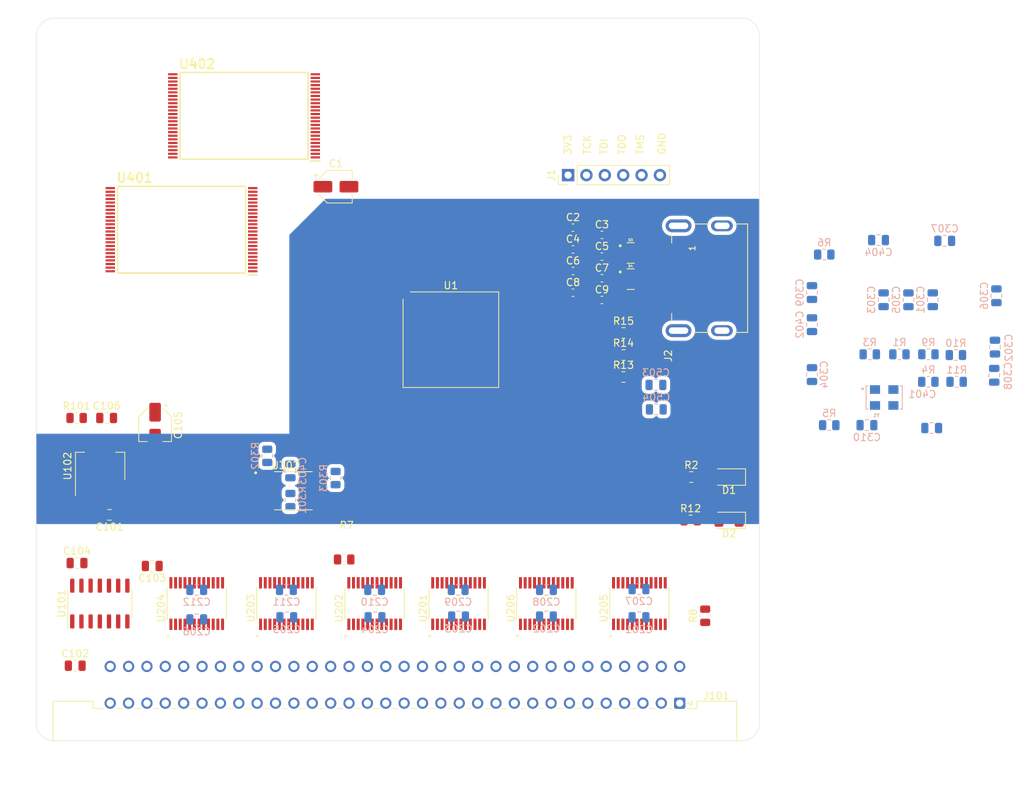
<source format=kicad_pcb>
(kicad_pcb (version 20221018) (generator pcbnew)
  (layers (0 "F.Cu" signal) (1 "In1.Cu" power) (2 "In2.Cu" power) (31 "B.Cu" signal) (34 "B.Paste" user) (35 "F.Paste" user) (36 "B.SilkS" user "B.Silkscreen") (37 "F.SilkS" user "F.Silkscreen") (38 "B.Mask" user) (39 "F.Mask" user) (44 "Edge.Cuts" user))
  (net 0 "")
  (net 1 "GND")
  (net 2 "+3V3")
  (net 3 "+5V")
  (net 4 "+1V2")
  (net 5 "/VGA/HDMI_TX2_P")
  (net 6 "Net-(C2-Pad2)")
  (net 7 "/VGA/HDMI_TX2_N")
  (net 8 "Net-(C3-Pad2)")
  (net 9 "/~{CPU_DATACS}")
  (net 10 "/~{CPU_RESET}")
  (net 11 "/~{CPU_UDS}")
  (net 12 "/CPU_CLK")
  (net 13 "/VGA/HDMI_TX1_P")
  (net 14 "Net-(C4-Pad2)")
  (net 15 "/CPU_A18")
  (net 16 "/CPU_A16")
  (net 17 "/CPU_A14")
  (net 18 "/CPU_A12")
  (net 19 "/CPU_A10")
  (net 20 "/CPU_A8")
  (net 21 "/CPU_A6")
  (net 22 "/CPU_A4")
  (net 23 "/CPU_A2")
  (net 24 "/CPU_D15")
  (net 25 "/CPU_D13")
  (net 26 "/CPU_D11")
  (net 27 "/CPU_D9")
  (net 28 "/CPU_D7")
  (net 29 "/CPU_D5")
  (net 30 "/CPU_D3")
  (net 31 "/CPU_D1")
  (net 32 "/VGA/HDMI_TX1_N")
  (net 33 "Net-(C5-Pad2)")
  (net 34 "/VGA/HDMI_TX0_P")
  (net 35 "Net-(C6-Pad2)")
  (net 36 "/VGA/HDMI_TX0_N")
  (net 37 "/~{CPU_REGCS}")
  (net 38 "/CPU_R~{W}")
  (net 39 "/~{CPU_LDS}")
  (net 40 "Net-(C7-Pad2)")
  (net 41 "/~{CPU_AS}")
  (net 42 "/CPU_A19")
  (net 43 "/CPU_A17")
  (net 44 "/CPU_A15")
  (net 45 "/CPU_A13")
  (net 46 "/CPU_A11")
  (net 47 "/CPU_A9")
  (net 48 "/CPU_A7")
  (net 49 "/CPU_A5")
  (net 50 "/CPU_A3")
  (net 51 "/CPU_A1")
  (net 52 "/CPU_D14")
  (net 53 "/CPU_D12")
  (net 54 "/CPU_D10")
  (net 55 "/CPU_D8")
  (net 56 "/CPU_D6")
  (net 57 "/CPU_D4")
  (net 58 "/CPU_D2")
  (net 59 "/CPU_D0")
  (net 60 "/VGA/HDMI_TXC_P")
  (net 61 "Net-(C8-Pad2)")
  (net 62 "/VGA/HDMI_TXC_N")
  (net 63 "Net-(C9-Pad2)")
  (net 64 "Net-(D1-A)")
  (net 65 "Net-(D2-A)")
  (net 66 "Net-(J2-DATA2+)")
  (net 67 "Net-(J2-DATA2-)")
  (net 68 "Net-(J2-DATA1+)")
  (net 69 "Net-(J2-DATA1-)")
  (net 70 "/FPGA/~{FLASH_CS}")
  (net 71 "Net-(J2-DATA0+)")
  (net 72 "Net-(J2-DATA0-)")
  (net 73 "Net-(J2-CLOCK+)")
  (net 74 "Net-(J2-CLOCK-)")
  (net 76 "/~{CPU_DTACK}")
  (net 77 "/~{CPU_IRQ}")
  (net 78 "/FPGA/~{CPU_DATAEN}")
  (net 79 "/FPGA/~{BUSEN}")
  (net 81 "/FPGA/HOST_CLK")
  (net 84 "/FPGA/~{LDS}")
  (net 85 "/FPGA/~{UDS}")
  (net 86 "/FPGA/R~{W}")
  (net 87 "/FPGA/~{AS}")
  (net 88 "/FPGA/~{RESET}")
  (net 89 "/FPGA/~{REGCS}")
  (net 90 "/FPGA/~{DATACS}")
  (net 92 "Net-(J2-CEC)")
  (net 94 "/FPGA/A1")
  (net 95 "/FPGA/A2")
  (net 96 "/FPGA/A3")
  (net 97 "/FPGA/A4")
  (net 98 "/FPGA/A5")
  (net 99 "/FPGA/A6")
  (net 100 "/FPGA/A7")
  (net 101 "/FPGA/DATA_DIR")
  (net 102 "/FPGA/A8")
  (net 103 "/FPGA/A9")
  (net 104 "/FPGA/A10")
  (net 105 "/FPGA/A11")
  (net 106 "/FPGA/A12")
  (net 107 "/FPGA/A13")
  (net 108 "/FPGA/A14")
  (net 109 "/FPGA/A15")
  (net 111 "Net-(J2-SCL)")
  (net 112 "Net-(J2-SDA)")
  (net 114 "/FPGA/FPGA_PROGB")
  (net 116 "Net-(J101-~{IRQ})")
  (net 120 "/FPGA/~{ACCESS_LED}")
  (net 121 "/FPGA/FPGA_INITB")
  (net 123 "/FPGA/CLK_25MHZ")
  (net 124 "/FPGA/FPGA_DONE")
  (net 125 "/FPGA/FLASH_DI")
  (net 128 "Net-(J101-~{ACK})")
  (net 130 "Net-(U302-WP{slash}IO2)")
  (net 131 "Net-(U302-HOLD{slash}IO3)")
  (net 134 "/FPGA/FLASH_CLK")
  (net 135 "/FPGA/SRAM_A5")
  (net 136 "/FPGA/SRAM_A6")
  (net 137 "/FPGA/SRAM_A7")
  (net 138 "/FPGA/SRAM_A8")
  (net 139 "/FPGA/~{SRAM_UB0}")
  (net 140 "/FPGA/~{SRAM_LB0}")
  (net 142 "/FPGA/SRAM_A9")
  (net 143 "/FPGA/SRAM_A10")
  (net 144 "/FPGA/SRAM_A11")
  (net 145 "/FPGA/SRAM_A12")
  (net 146 "/FPGA/SRAM_A13")
  (net 147 "/FPGA/SRAM_A14")
  (net 148 "/FPGA/SRAM_A15")
  (net 149 "/FPGA/SRAM_A16")
  (net 150 "/FPGA/SRAM_A17")
  (net 151 "/FPGA/SRAM_A18")
  (net 152 "/FPGA/SRAM_A19")
  (net 154 "/FPGA/~{SRAM_CS}")
  (net 156 "/FPGA/SRAM_A0")
  (net 157 "/FPGA/SRAM_A1")
  (net 158 "/FPGA/SRAM_A2")
  (net 159 "/FPGA/SRAM_A3")
  (net 160 "/FPGA/SRAM_A4")
  (net 161 "/FPGA/~{SRAM_UB1}")
  (net 162 "/FPGA/~{SRAM_LB1}")
  (net 188 "/FPGA/SRAM_D15")
  (net 189 "/FPGA/SRAM_D14")
  (net 190 "/FPGA/SRAM_D13")
  (net 191 "/FPGA/SRAM_D12")
  (net 192 "/FPGA/SRAM_D11")
  (net 193 "/FPGA/SRAM_D10")
  (net 194 "/FPGA/SRAM_D9")
  (net 195 "/FPGA/SRAM_D8")
  (net 196 "/FPGA/SRAM_D7")
  (net 197 "/FPGA/SRAM_D6")
  (net 198 "/FPGA/SRAM_D5")
  (net 199 "/FPGA/SRAM_D4")
  (net 200 "/FPGA/SRAM_D3")
  (net 201 "/FPGA/SRAM_D2")
  (net 202 "/FPGA/SRAM_D1")
  (net 203 "/FPGA/SRAM_D0")
  (net 204 "/FPGA/SRAM_D31")
  (net 205 "/FPGA/SRAM_D30")
  (net 206 "/FPGA/SRAM_D29")
  (net 207 "/FPGA/SRAM_D28")
  (net 208 "/FPGA/SRAM_D27")
  (net 209 "/FPGA/SRAM_D26")
  (net 210 "/FPGA/SRAM_D25")
  (net 211 "/FPGA/SRAM_D24")
  (net 212 "/FPGA/SRAM_D23")
  (net 213 "/FPGA/SRAM_D22")
  (net 214 "/FPGA/SRAM_D21")
  (net 215 "/FPGA/SRAM_D20")
  (net 216 "/FPGA/SRAM_D19")
  (net 217 "/FPGA/SRAM_D18")
  (net 218 "/FPGA/SRAM_D17")
  (net 219 "/FPGA/SRAM_D16")
  (net 220 "/FPGA/~{SRAM_WE}")
  (net 221 "/FPGA/D0")
  (net 222 "/FPGA/A16")
  (net 223 "/FPGA/A19")
  (net 224 "/FPGA/A17")
  (net 225 "/FPGA/A18")
  (net 226 "/FPGA/D7")
  (net 227 "/FPGA/D6")
  (net 228 "/FPGA/D5")
  (net 229 "/FPGA/D4")
  (net 230 "/FPGA/D3")
  (net 231 "/FPGA/D2")
  (net 232 "/FPGA/D1")
  (net 233 "/FPGA/D15")
  (net 234 "/FPGA/D14")
  (net 235 "/FPGA/D13")
  (net 236 "/FPGA/D12")
  (net 237 "/FPGA/D11")
  (net 238 "/FPGA/D10")
  (net 239 "/FPGA/D9")
  (net 240 "/FPGA/D8")
  (net 379 "/FPGA/FLASH_DO")
  (footprint "Capacitor_SMD:C_0805_2012Metric" (layer "F.Cu") (at 110.144 118.727 180)
    (fp_text reference "C101")
    (fp_text value "100nF")
  )
  (footprint "Capacitor_SMD:C_0805_2012Metric" (layer "F.Cu") (at 105.4 139.6)
    (fp_text reference "C102")
    (fp_text value "100nF")
  )
  (footprint "Capacitor_SMD:C_0805_2012Metric" (layer "F.Cu") (at 105.65 125.4)
    (fp_text reference "C104")
    (fp_text value "100nF")
  )
  (footprint "Capacitor_SMD:CP_Elec_4x5.3" (layer "F.Cu") (at 116.444 106.327 -90)
    (fp_text reference "C105")
    (fp_text value "10uF")
  )
  (footprint "Ddraig:DIN41612_C_2x32_Male_Horizontal_THT" (layer "F.Cu") (at 188.976 144.78 180)
    (fp_text reference "J101")
    (fp_text value "D68K_64PIN_BOARD")
  )
  (footprint "Resistor_SMD:R_0805_2012Metric" (layer "F.Cu") (at 105.594 105.327)
    (fp_text reference "R101")
    (fp_text value "120R")
  )
  (footprint "Package_SO:SO-14_3.9x8.65mm_P1.27mm" (layer "F.Cu") (at 108.8 131 90)
    (fp_text reference "U101")
    (fp_text value "74LS125")
  )
  (footprint "Package_TO_SOT_SMD:SOT-223-3_TabPin2" (layer "F.Cu") (at 108.844 111.977 90)
    (fp_text reference "U102")
    (fp_text value "LD1117S12TR_SOT223")
  )
  (footprint "Ddraig:SOIC127P790X195-8N" (layer "F.Cu") (at 135.565 115.395)
    (fp_text reference "U302")
    (fp_text value "IS25LP064D-JBLE")
  )
  (footprint "Ddraig:SOP65P640X120-24N" (layer "F.Cu") (at 158.4 131 90)
    (fp_text reference "U201")
    (fp_text value "SN74LVC8T245PWR")
  )
  (footprint "Ddraig:SOP65P640X120-24N" (layer "F.Cu") (at 146.8 131 90)
    (fp_text reference "U202")
    (fp_text value "SN74LVC8T245PWR")
  )
  (footprint "Ddraig:SOP65P640X120-24N" (layer "F.Cu") (at 122.2 131 90)
    (fp_text reference "U204")
    (fp_text value "SN74LVC8T245PWR")
  )
  (footprint "Ddraig:SOP65P640X120-24N" (layer "F.Cu") (at 183.4 131 90)
    (fp_text reference "U205")
    (fp_text value "SN74LVC8T245PWR")
  )
  (footprint "Ddraig:SOP65P640X120-24N" (layer "F.Cu") (at 170.535 131 90)
    (fp_text reference "U206")
    (fp_text value "SN74LVC8T245PWR")
  )
  (footprint "Ddraig:SOP65P640X120-24N" (layer "F.Cu") (at 134.6 131 90)
    (fp_text reference "U203")
    (fp_text value "SN74LVC8T245PWR")
  )
  (footprint "Capacitor_SMD:C_0805_2012Metric" (layer "F.Cu") (at 109.744 105.327)
    (fp_text reference "C106")
    (fp_text value "100nF")
  )
  (footprint "Ddraig:SOP50P2000X120-48N" (layer "F.Cu") (at 128.744 63.527 180)
    (fp_text reference "U402")
    (fp_text value "IS61WV102416FBLL-10TLI" hide)
  )
  (footprint "Ddraig:SOP50P2000X120-48N" (layer "F.Cu") (at 120.094 79.277 180)
    (fp_text reference "U401")
    (fp_text value "IS61WV102416FBLL-10TLI" hide)
  )
  (footprint "Ddraig:DIO_RCLAMP0524PATCT" (layer "F.Cu") (at 182.1885 82.5)
    (fp_text reference "D3")
    (fp_text value "RCLAMP0524PATCT")
  )
  (footprint "Capacitor_SMD:C_0603_1608Metric" (layer "F.Cu") (at 174.225 79)
    (fp_text reference "C2")
    (fp_text value "100nF")
  )
  (footprint "Capacitor_SMD:CP_Elec_4x5.3" (layer "F.Cu") (at 141.444 73.327)
    (fp_text reference "C1")
    (fp_text value "0.1uF")
  )
  (footprint "LED_SMD:LED_1206_3216Metric" (layer "F.Cu") (at 195.8 119.5 180)
    (fp_text reference "D2")
    (fp_text value "LED")
  )
  (footprint "Ddraig:DIO_RCLAMP0524PATCT" (layer "F.Cu") (at 182.1885 86.122)
    (fp_text reference "D4")
    (fp_text value "RCLAMP0524PATCT")
  )
  (footprint "Connector_PinHeader_2.54mm:PinHeader_1x06_P2.54mm_Vertical" (layer "F.Cu") (at 173.544 71.727 90)
    (fp_text reference "J1")
    (fp_text value "JTAG")
  )
  (footprint "LED_SMD:LED_1206_3216Metric" (layer "F.Cu") (at 195.8 113.5 180)
    (fp_text reference "D1")
    (fp_text value "LED")
  )
  (footprint "Capacitor_SMD:C_0805_2012Metric" (layer "F.Cu") (at 116.05 125.8 180)
    (fp_text reference "C103")
    (fp_text value "100nF")
  )
  (footprint "Resistor_SMD:R_0805_2012Metric" (layer "F.Cu") (at 181.2055 96.614)
    (fp_text reference "R14")
    (fp_text value "1K5")
  )
  (footprint "Resistor_SMD:R_0805_2012Metric" (layer "F.Cu") (at 181.2055 99.662)
    (fp_text reference "R13")
    (fp_text value "27K")
  )
  (footprint "Resistor_SMD:R_0805_2012Metric" (layer "F.Cu") (at 181.2055 93.566)
    (fp_text reference "R15")
    (fp_text value "1K5")
  )
  (footprint "Capacitor_SMD:C_0603_1608Metric" (layer "F.Cu") (at 178.225 86)
    (fp_text reference "C7")
    (fp_text value "100nF")
  )
  (footprint "Capacitor_SMD:C_0603_1608Metric" (layer "F.Cu") (at 178.225 83)
    (fp_text reference "C5")
    (fp_text value "100nF")
  )
  (footprint "Capacitor_SMD:C_0603_1608Metric" (layer "F.Cu") (at 174.225 85)
    (fp_text reference "C6")
    (fp_text value "100nF")
  )
  (footprint "Ddraig:685119134923" (layer "F.Cu") (at 188.018 85.99 90)
    (fp_text reference "J2")
    (fp_text value "685119134923")
  )
  (footprint "Capacitor_SMD:C_0603_1608Metric" (layer "F.Cu") (at 178.225 80)
    (fp_text reference "C3")
    (fp_text value "100nF")
  )
  (footprint "Resistor_SMD:R_0805_2012Metric" (layer "F.Cu") (at 190.4875 119.5)
    (fp_text reference "R12")
    (fp_text value "390R")
  )
  (footprint "Capacitor_SMD:C_0603_1608Metric" (layer "F.Cu") (at 174.225 88)
    (fp_text reference "C8")
    (fp_text value "100nF")
  )
  (footprint "Capacitor_SMD:C_0603_1608Metric" (layer "F.Cu") (at 174.225 82)
    (fp_text reference "C4")
    (fp_text value "100nF")
  )
  (footprint "Resistor_SMD:R_0805_2012Metric" (layer "F.Cu") (at 142.5875 124.9)
    (fp_text reference "R7")
    (fp_text value "10K")
  )
  (footprint "Capacitor_SMD:C_0603_1608Metric" (layer "F.Cu") (at 178.225 89)
    (fp_text reference "C9")
    (fp_text value "100nF")
  )
  (footprint "Resistor_SMD:R_0805_2012Metric" (layer "F.Cu") (at 190.5875 113.5)
    (fp_text reference "R2")
    (fp_text value "390R")
  )
  (footprint "Package_BGA:Xilinx_CSGA225" (layer "F.Cu") (at 157.34 94.5)
    (fp_text reference "U1")
    (fp_text value "XC7S25-CSGA225")
  )
  (footprint "Resistor_SMD:R_0805_2012Metric" (layer "F.Cu") (at 192.5 132.6875 90)
    (fp_text reference "R8")
    (fp_text value "10K")
  )
  (footprint "Capacitor_SMD:C_0805_2012Metric" (layer "B.Cu") (at 183.35 132.9)
    (fp_text reference "C201")
    (fp_text value "100nF")
  )
  (footprint "Capacitor_SMD:C_0805_2012Metric" (layer "B.Cu") (at 170.55 132.8)
    (fp_text reference "C202")
    (fp_text value "100nF")
  )
  (footprint "Capacitor_SMD:C_0805_2012Metric" (layer "B.Cu") (at 158.4 132.8)
    (fp_text reference "C203")
    (fp_text value "100nF")
  )
  (footprint "Capacitor_SMD:C_0805_2012Metric" (layer "B.Cu") (at 146.85 132.9)
    (fp_text reference "C204")
    (fp_text value "100nF")
  )
  (footprint "Capacitor_SMD:C_0805_2012Metric" (layer "B.Cu") (at 134.65 132.9)
    (fp_text reference "C205")
    (fp_text value "100nF")
  )
  (footprint "Capacitor_SMD:C_0805_2012Metric" (layer "B.Cu") (at 122.2 133.2)
    (fp_text reference "C206")
    (fp_text value "100nF")
  )
  (footprint "Capacitor_SMD:C_0805_2012Metric" (layer "B.Cu") (at 183.35 129)
    (fp_text reference "C207")
    (fp_text value "100nF")
  )
  (footprint "Capacitor_SMD:C_0805_2012Metric" (layer "B.Cu") (at 170.55 129.1)
    (fp_text reference "C208")
    (fp_text value "100nF")
  )
  (footprint "Capacitor_SMD:C_0805_2012Metric" (layer "B.Cu") (at 158.35 129.1)
    (fp_text reference "C209")
    (fp_text value "100nF")
  )
  (footprint "Capacitor_SMD:C_0805_2012Metric" (layer "B.Cu") (at 146.8 129.1)
    (fp_text reference "C210")
    (fp_text value "100nF")
  )
  (footprint "Capacitor_SMD:C_0805_2012Metric" (layer "B.Cu") (at 134.6 129.1)
    (fp_text reference "C211")
    (fp_text value "100nF")
  )
  (footprint "Capacitor_SMD:C_0805_2012Metric" (layer "B.Cu") (at 122.2 129.1)
    (fp_text reference "C212")
    (fp_text value "100nF")
  )
  (footprint "Capacitor_SMD:C_0805_2012Metric" (layer "B.Cu") (at 223.965 88.97 -90)
    (fp_text reference "C301")
    (fp_text value "100nF")
  )
  (footprint "Capacitor_SMD:C_0805_2012Metric" (layer "B.Cu") (at 232.565 95.52 90)
    (fp_text reference "C302")
    (fp_text value "100nF")
  )
  (footprint "Capacitor_SMD:C_0805_2012Metric" (layer "B.Cu") (at 217.165 88.97 -90)
    (fp_text reference "C303")
    (fp_text value "100nF")
  )
  (footprint "Capacitor_SMD:C_0805_2012Metric" (layer "B.Cu") (at 207.265 99.32 90)
    (fp_text reference "C304")
    (fp_text value "100nF")
  )
  (footprint "Capacitor_SMD:C_0805_2012Metric" (layer "B.Cu") (at 220.603 88.9765 -90)
    (fp_text reference "C305")
    (fp_text value "100nF")
  )
  (footprint "Capacitor_SMD:C_0805_2012Metric" (layer "B.Cu") (at 232.765 88.42 -90)
    (fp_text reference "C306")
    (fp_text value "100nF")
  )
  (footprint "Capacitor_SMD:C_0805_2012Metric" (layer "B.Cu") (at 223.815 106.72 180)
    (fp_text reference "C401")
    (fp_text value "100nF")
  )
  (footprint "Capacitor_SMD:C_0805_2012Metric" (layer "B.Cu") (at 207.265 92.42 -90)
    (fp_text reference "C402")
    (fp_text value "100nF")
  )
  (footprint "Capacitor_SMD:C_0805_2012Metric" (layer "B.Cu") (at 135.15 112.65 90)
    (fp_text reference "C403")
    (fp_text value "100nF")
  )
  (footprint "Capacitor_SMD:C_0805_2012Metric" (layer "B.Cu") (at 216.465 80.72)
    (fp_text reference "C404")
    (fp_text value "100nF")
  )
  (footprint "Capacitor_SMD:C_0805_2012Metric" (layer "B.Cu") (at 185.69 100.75 180)
    (fp_text reference "C503")
    (fp_text value "100nF")
  )
  (footprint "Capacitor_SMD:C_0805_2012Metric" (layer "B.Cu") (at 185.74 104.14 180)
    (fp_text reference "C504")
    (fp_text value "100nF")
  )
  (footprint "Resistor_SMD:R_0805_2012Metric" (layer "B.Cu") (at 135.15 116.6875 90)
    (fp_text reference "R301")
    (fp_text value "10K")
  )
  (footprint "Resistor_SMD:R_0805_2012Metric" (layer "B.Cu") (at 131.95 110.5625 -90)
    (fp_text reference "R302")
    (fp_text value "10K")
  )
  (footprint "Resistor_SMD:R_0805_2012Metric" (layer "B.Cu") (at 141.4 113.6375 -90)
    (fp_text reference "R303")
    (fp_text value "10K")
  )
  (footprint "Capacitor_SMD:C_0805_2012Metric" (layer "B.Cu") (at 225.615 80.82 180)
    (fp_text reference "C307")
    (fp_text value "100nF")
  )
  (footprint "Capacitor_SMD:C_0805_2012Metric" (layer "B.Cu") (at 232.465 99.42 90)
    (fp_text reference "C308")
    (fp_text value "100nF")
  )
  (footprint "Capacitor_SMD:C_0805_2012Metric" (layer "B.Cu") (at 207.265 87.97 -90)
    (fp_text reference "C309")
    (fp_text value "100nF")
  )
  (footprint "Capacitor_SMD:C_0805_2012Metric" (layer "B.Cu") (at 214.865 106.32)
    (fp_text reference "C310")
    (fp_text value "100nF")
  )
  (footprint "Resistor_SMD:R_0805_2012Metric" (layer "B.Cu") (at 208.965 82.72 180)
    (fp_text reference "R6")
    (fp_text value "10K")
  )
  (footprint "Resistor_SMD:R_0805_2012Metric" (layer "B.Cu") (at 223.365 96.52 180)
    (fp_text reference "R9")
    (fp_text value "10K")
  )
  (footprint "Resistor_SMD:R_0805_2012Metric" (layer "B.Cu") (at 223.3525 100.32 180)
    (fp_text reference "R4")
    (fp_text value "10K")
  )
  (footprint "Ddraig:OSC_ECS-3963" (layer "B.Cu") (at 217.251 102.493)
    (fp_text reference "Y1")
    (fp_text value "ECS-3963")
  )
  (footprint "Resistor_SMD:R_0805_2012Metric" (layer "B.Cu") (at 227.265 100.32 180)
    (fp_text reference "R11")
    (fp_text value "10K")
  )
  (footprint "Resistor_SMD:R_0805_2012Metric" (layer "B.Cu") (at 209.6525 106.32 180)
    (fp_text reference "R5")
    (fp_text value "10K")
  )
  (footprint "Resistor_SMD:R_0805_2012Metric" (layer "B.Cu") (at 227.165 96.62 180)
    (fp_text reference "R10")
    (fp_text value "10K")
  )
  (footprint "Resistor_SMD:R_0805_2012Metric" (layer "B.Cu") (at 219.3525 96.52 180)
    (fp_text reference "R1")
    (fp_text value "390R")
  )
  (footprint "Resistor_SMD:R_0805_2012Metric" (layer "B.Cu") (at 215.2525 96.52 180)
    (fp_text reference "R3")
    (fp_text value "390R")
  )
  (gr_line (start 197.5 50) (end 102.5 50) (stroke (width 0.05)) (layer "Edge.Cuts"))
  (gr_line (start 100 52.5) (end 100 147.5) (stroke (width 0.05)) (layer "Edge.Cuts"))
  (gr_line (start 102.5 150) (end 197.5 150) (stroke (width 0.05)) (layer "Edge.Cuts"))
  (gr_line (start 200 147.5) (end 200 52.5) (stroke (width 0.05)) (layer "Edge.Cuts"))
  (gr_arc (start 200 147.5) (mid 199.267767 149.267767) (end 197.5 150) (stroke (width 0.05)) (layer "Edge.Cuts"))
  (gr_arc (start 197.5 50) (mid 199.267767 50.732233) (end 200 52.5) (stroke (width 0.05)) (layer "Edge.Cuts"))
  (gr_arc (start 102.5 150) (mid 100.732233 149.267767) (end 100 147.5) (stroke (width 0.05)) (layer "Edge.Cuts"))
  (gr_arc (start 100 52.5) (mid 100.732233 50.732233) (end 102.5 50) (stroke (width 0.05)) (layer "Edge.Cuts"))
  (gr_text "TCK" (at 176.2 69 90) (layer "F.SilkS") (effects (font (size 1 1)) (justify left)))
  (gr_text "TDO\n" (at 181 69 90) (layer "F.SilkS") (effects (font (size 1 1)) (justify left)))
  (gr_text "3V3\n" (at 173.5 69 90) (layer "F.SilkS") (effects (font (size 1 1)) (justify left)))
  (gr_text "TDI" (at 178.5 69 90) (layer "F.SilkS") (effects (font (size 1 1)) (justify left)))
  (gr_text "GND" (at 186.5 69 90) (layer "F.SilkS") (effects (font (size 1 1)) (justify left)))
  (gr_text "TMS" (at 183.5 69 90) (layer "F.SilkS") (effects (font (size 1 1)) (justify left)))
  (zone (net 4) (net_name "+1V2") (layer "B.Cu") (connect_pads (clearance 0.508)) (min_thickness 0.254) (fill yes (thermal_gap 0.508) (thermal_bridge_width 0.508))
    (polygon (pts (xy 202.5 120) (xy 100 120) (xy 100 107.5) (xy 135 107.5) (xy 135 80) (xy 140 75) (xy 202.5 75)))
  )
)
</source>
